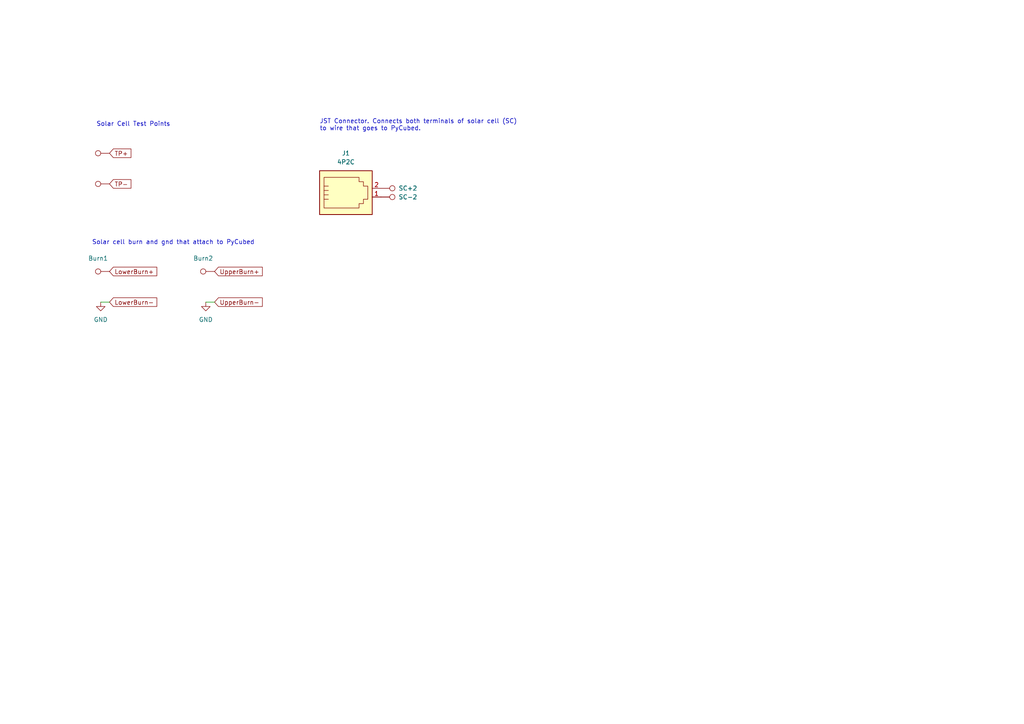
<source format=kicad_sch>
(kicad_sch (version 20211123) (generator eeschema)
  (paper "A4")
  (title_block (title "Solar Cell PCBs ") (date "2022-12-18") (rev "1"))
  (lib_symbols
    (symbol "Connector:4P2C" (pin_names (offset 1.016))
      (property "Reference" "J" (at -5.08 8.89 0))
      (property "Value" "4P2C" (at 2.54 8.89 0))
      (symbol "4P2C_0_1"
        (polyline (pts (xy -6.35 -0.635) (xy -5.08 -0.635) (xy -5.08 -0.635)))
        (polyline (pts (xy -6.35 0.635) (xy -5.08 0.635) (xy -5.08 0.635)))
        (polyline (pts (xy -6.35 1.905) (xy -5.08 1.905) (xy -5.08 1.905)))
        (polyline (pts (xy -6.35 3.175) (xy -5.08 3.175) (xy -5.08 3.175)))
        (polyline (pts (xy -6.35 -3.175) (xy -6.35 5.715) (xy -1.27 5.715) (xy 3.81 5.715) (xy 3.81 4.445) (xy 5.08 4.445) (xy 5.08 3.175) (xy 6.35 3.175) (xy 6.35 -0.635) (xy 5.08 -0.635) (xy 5.08 -1.905) (xy 3.81 -1.905) (xy 3.81 -3.175) (xy -6.35 -3.175) (xy -6.35 -3.175)))
        (rectangle (start 7.62 7.62) (end -7.62 -5.08) (stroke (width 0.254)) (fill (type background)))
      )
      (symbol "4P2C_1_1"
        (pin passive line (at 10.16 0 180) (length 2.54) (name "~") (number "1"))
        (pin passive line (at 10.16 2.54 180) (length 2.54) (name "~") (number "2"))
      )
    )
    (symbol "Connector:TestPoint" (pin_numbers hide) (pin_names (offset 0.762) hide)
      (property "Reference" "TP" (at 0 6.858 0))
      (property "Value" "TestPoint" (at 0 5.08 0))
      (symbol "TestPoint_0_1"
        (circle (center 0 3.302) (radius 0.762))
      )
      (symbol "TestPoint_1_1"
        (pin passive line (at 0 0 90) (length 2.54) (name "1") (number "1"))
      )
    )
    (symbol "power:GND" (power) (pin_names (offset 0))
      (property "Value" "GND" (at 0 -3.81 0))
      (symbol "GND_0_1"
        (polyline (pts (xy 0 0) (xy 0 -1.27) (xy 1.27 -1.27) (xy 0 -2.54) (xy -1.27 -1.27) (xy 0 -1.27)))
      )
      (symbol "GND_1_1"
        (pin power_in line (at 0 0 270) (length 0) hide (name "GND") (number "1"))
      )
    )
  )
  (wire (pts (xy 59.69 87.63) (xy 62.23 87.63)))
  (wire (pts (xy 29.21 87.63) (xy 31.75 87.63)))
  (text "Solar cell burn and gnd that attach to PyCubed\n" (at 26.67 71.12 0) (effects (font (size 1.27 1.27)) (justify left bottom)))
  (text "Solar Cell Test Points" (at 27.94 36.83 0) (effects (font (size 1.27 1.27)) (justify left bottom)))
  (text "JST Connector. Connects both terminals of solar cell (SC)\nto wire that goes to PyCubed." (at 92.71 38.1 0) (effects (font (size 1.27 1.27)) (justify left bottom)))
  (global_label "TP-" (shape input) (at 31.75 53.34 0) (property "Intersheet References" "${INTERSHEET_REFS}" (effects hide)))
  (global_label "LowerBurn-" (shape input) (at 31.75 87.63 0) (property "Intersheet References" "${INTERSHEET_REFS}" (effects hide)))
  (global_label "LowerBurn+" (shape input) (at 31.75 78.74 0) (property "Intersheet References" "${INTERSHEET_REFS}" (effects hide)))
  (global_label "UpperBurn+" (shape input) (at 62.23 78.74 0) (property "Intersheet References" "${INTERSHEET_REFS}" (effects hide)))
  (global_label "TP+" (shape input) (at 31.75 44.45 0) (property "Intersheet References" "${INTERSHEET_REFS}" (effects hide)))
  (global_label "UpperBurn-" (shape input) (at 62.23 87.63 0) (property "Intersheet References" "${INTERSHEET_REFS}" (effects hide)))
  (symbol (lib_id "power:GND") (at 29.21 87.63 0) (unit 1)
    (property "Reference" "#PWR0101" (effects hide))
    (property "Value" "GND" (at 29.21 92.71 0))
  )
  (symbol (lib_id "Connector:4P2C") (at 100.33 57.15 0) (unit 1)
    (property "Reference" "J1" (at 100.33 44.45 0))
    (property "Value" "4P2C" (at 100.33 46.99 0))
  )
  (symbol (lib_id "Connector:TestPoint") (at 110.49 57.15 270) (unit 1)
    (property "Reference" "SC-2" (at 115.57 57.15 90) (effects (justify left)))
    (property "Value" "SC-" (effects hide))
  )
  (symbol (lib_id "Connector:TestPoint") (at 31.75 53.34 90) (unit 1)
    (property "Reference" "SC-1" (effects hide))
    (property "Value" "SC-" (effects hide))
  )
  (symbol (lib_id "Connector:TestPoint") (at 31.75 78.74 90) (unit 1)
    (property "Reference" "Burn1" (at 28.448 74.93 90))
    (property "Value" "LowerBurn+" (effects hide))
  )
  (symbol (lib_id "power:GND") (at 59.69 87.63 0) (unit 1)
    (property "Reference" "#PWR0102" (effects hide))
    (property "Value" "GND" (at 59.69 92.71 0))
  )
  (symbol (lib_id "Connector:TestPoint") (at 31.75 44.45 90) (unit 1)
    (property "Reference" "SC+1" (effects hide))
    (property "Value" "SC+" (effects hide))
  )
  (symbol (lib_id "Connector:TestPoint") (at 62.23 78.74 90) (unit 1)
    (property "Reference" "Burn2" (at 58.928 74.93 90))
    (property "Value" "UpperBurn+" (effects hide))
  )
  (symbol (lib_id "Connector:TestPoint") (at 110.49 54.61 270) (unit 1)
    (property "Reference" "SC+2" (at 115.57 54.6099 90) (effects (justify left)))
    (property "Value" "SC+" (effects hide))
  )
)
</source>
